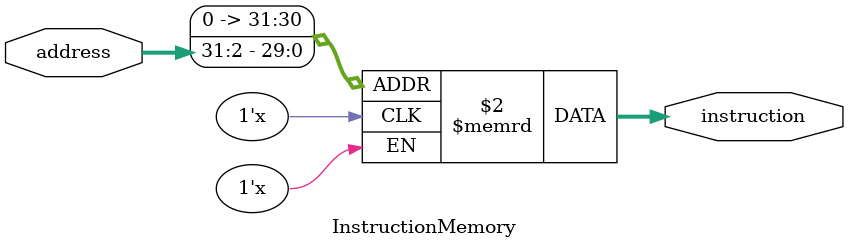
<source format=sv>
`timescale 1ns / 1ps
/*
    File Name: InstructionMemory
    Description: instruction memory module for instruction fetch stage
    Created by (Author Name): Nicola Abu Shaibeh
    Creation Date:  8/27/2023
    Contributors: 
    Last Modified Date: 8/29/2023
    Version: 1.1 
    Copyright (c) Orion VLSI Technologies, 2023
    This unpublished material is proprietary to Orion VLSI Technologies.
    All Rights Reserved Worldwide.
    Anything described herein is considered business secrets and confidential.
    Reproduction or distribution, in whole or in part, is
    forbidden except by express written permission of Orion VLSI Technologies.
*/

module InstructionMemory(
    output [31:0] instruction,
    input [31:0] address
);

    reg [31:0] instrmem [1023:0];

    
    always @(address) begin
        instruction <= instrmem[address >> 2];
    end

endmodule
</source>
